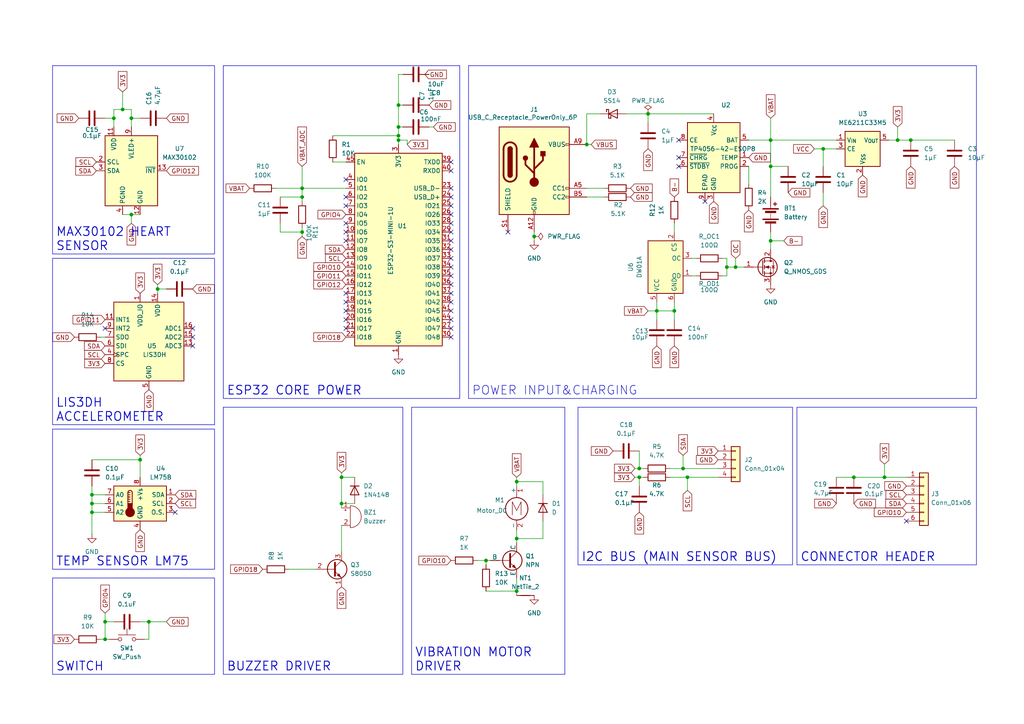
<source format=kicad_sch>
(kicad_sch (version 20250114) (generator "eeschema") (generator_version "9.0")
  (paper "A4")
  (lib_symbols
    (symbol "Battery_Management:DW01A"
      (property "Reference" "U" (at -6.604 6.35 0))
      (property "Value" "DW01A" (at 4.318 6.604 0))
      (symbol "DW01A_0_1"
        (pin power_in line (at -10.16 2.54 0) (length 2.54) (name "VCC") (number "5"))
        (pin power_in line (at -10.16 -2.54 0) (length 2.54) (name "GND") (number "6"))
        (pin output line (at -2.54 -7.62 90) (length 2.54) (name "OD") (number "1"))
        (pin output line (at 2.54 -7.62 90) (length 2.54) (name "OC") (number "3"))
        (pin input line (at 10.16 -2.54 180) (length 2.54) (name "CS") (number "2"))
      )
      (symbol "DW01A_1_1"
        (pin no_connect line (at 10.16 2.54 180) (length 2.54) (hide yes) (name "TD") (number "4"))
      )
    )
    (symbol "Battery_Management:TP4056-42-ESOP8"
      (property "Reference" "U" (at -6.604 11.684 0))
      (property "Value" "TP4056-42-ESOP8" (at 10.16 11.684 0))
      (symbol "TP4056-42-ESOP8_1_0"
        (pin input line (at -10.16 5.08 0) (length 2.54) (name "CE") (number "8"))
        (pin open_collector line (at -10.16 0 0) (length 2.54) (name "~{CHRG}") (number "7"))
        (pin open_collector line (at -10.16 -2.54 0) (length 2.54) (name "~{STDBY}") (number "6"))
        (pin passive line (at -2.54 -12.7 90) (length 2.54) (name "EPAD") (number "9"))
        (pin power_in line (at 0 12.7 270) (length 2.54) (name "V_{CC}") (number "4"))
        (pin power_in line (at 0 -12.7 90) (length 2.54) (name "GND") (number "3"))
        (pin power_out line (at 10.16 5.08 180) (length 2.54) (name "BAT") (number "5"))
        (pin input line (at 10.16 0 180) (length 2.54) (name "TEMP") (number "1"))
        (pin passive line (at 10.16 -2.54 180) (length 2.54) (name "PROG") (number "2"))
      )
    )
    (symbol "Connector:USB_C_Receptacle_PowerOnly_6P" (pin_names (offset 1.016))
      (property "Reference" "J" (at 0 16.51 0))
      (property "Value" "USB_C_Receptacle_PowerOnly_6P" (at 0 13.97 0))
      (symbol "USB_C_Receptacle_PowerOnly_6P_1_1"
        (pin passive line (at -7.62 -17.78 90) (length 5.08) (name "SHIELD") (number "S1"))
        (pin passive line (at 0 -17.78 90) (length 5.08) (name "GND") (number "A12"))
        (pin passive line (at 0 -17.78 90) (length 5.08) (hide yes) (name "GND") (number "B12"))
        (pin passive line (at 15.24 7.62 180) (length 5.08) (name "VBUS") (number "A9"))
        (pin passive line (at 15.24 7.62 180) (length 5.08) (hide yes) (name "VBUS") (number "B9"))
        (pin bidirectional line (at 15.24 -5.08 180) (length 5.08) (name "CC1") (number "A5"))
        (pin bidirectional line (at 15.24 -7.62 180) (length 5.08) (name "CC2") (number "B5"))
      )
    )
    (symbol "Connector_Generic:Conn_01x04" (pin_names (offset 1.016) (hide yes))
      (property "Reference" "J" (at 0 5.08 0))
      (property "Value" "Conn_01x04" (at 0 -7.62 0))
      (symbol "Conn_01x04_1_1"
        (pin passive line (at -5.08 2.54 0) (length 3.81) (name "Pin_1") (number "1"))
        (pin passive line (at -5.08 0 0) (length 3.81) (name "Pin_2") (number "2"))
        (pin passive line (at -5.08 -2.54 0) (length 3.81) (name "Pin_3") (number "3"))
        (pin passive line (at -5.08 -5.08 0) (length 3.81) (name "Pin_4") (number "4"))
      )
    )
    (symbol "Connector_Generic:Conn_01x06" (pin_names (offset 1.016) (hide yes))
      (property "Reference" "J" (at 0 7.62 0))
      (property "Value" "Conn_01x06" (at 0 -10.16 0))
      (symbol "Conn_01x06_1_1"
        (pin passive line (at -5.08 5.08 0) (length 3.81) (name "Pin_1") (number "1"))
        (pin passive line (at -5.08 2.54 0) (length 3.81) (name "Pin_2") (number "2"))
        (pin passive line (at -5.08 0 0) (length 3.81) (name "Pin_3") (number "3"))
        (pin passive line (at -5.08 -2.54 0) (length 3.81) (name "Pin_4") (number "4"))
        (pin passive line (at -5.08 -5.08 0) (length 3.81) (name "Pin_5") (number "5"))
        (pin passive line (at -5.08 -7.62 0) (length 3.81) (name "Pin_6") (number "6"))
      )
    )
    (symbol "Device:Battery" (pin_numbers (hide yes)) (pin_names (offset 0) (hide yes))
      (property "Reference" "BT" (at 2.54 2.54 0))
      (property "Value" "Battery" (at 2.54 0 0))
      (symbol "Battery_1_1"
        (pin passive line (at 0 5.08 270) (length 2.54) (name "+") (number "1"))
        (pin passive line (at 0 -5.08 90) (length 2.54) (name "-") (number "2"))
      )
    )
    (symbol "Device:Buzzer" (pin_names (offset 0.0254) (hide yes))
      (property "Reference" "BZ" (at 3.81 1.27 0))
      (property "Value" "Buzzer" (at 3.81 -1.27 0))
      (symbol "Buzzer_1_1"
        (pin passive line (at -2.54 2.54 0) (length 2.54) (name "+") (number "1"))
        (pin passive line (at -2.54 -2.54 0) (length 2.54) (name "-") (number "2"))
      )
    )
    (symbol "Device:C" (pin_numbers (hide yes)) (pin_names (offset 0.254))
      (property "Reference" "C" (at 0.635 2.54 0))
      (property "Value" "C" (at 0.635 -2.54 0))
      (symbol "C_1_1"
        (pin passive line (at 0 3.81 270) (length 2.794) (name "~") (number "1"))
        (pin passive line (at 0 -3.81 90) (length 2.794) (name "~") (number "2"))
      )
    )
    (symbol "Device:D" (pin_numbers (hide yes)) (pin_names (offset 1.016) (hide yes))
      (property "Reference" "D" (at 0 2.54 0))
      (property "Value" "D" (at 0 -2.54 0))
      (symbol "D_1_1"
        (pin passive line (at -3.81 0 0) (length 2.54) (name "K") (number "1"))
        (pin passive line (at 3.81 0 180) (length 2.54) (name "A") (number "2"))
      )
    )
    (symbol "Device:NetTie_2" (pin_numbers (hide yes)) (pin_names (offset 0) (hide yes)) (in_bom no)
      (property "Reference" "NT" (at 0 1.27 0))
      (property "Value" "NetTie_2" (at 0 -1.27 0))
      (symbol "NetTie_2_1_1"
        (pin passive line (at -2.54 0 0) (length 2.54) (name "1") (number "1"))
        (pin passive line (at 2.54 0 180) (length 2.54) (name "2") (number "2"))
      )
    )
    (symbol "Device:R" (pin_numbers (hide yes)) (pin_names (offset 0))
      (property "Reference" "R" (at 2.032 0 90))
      (property "Value" "R" (at 0 0 90))
      (symbol "R_1_1"
        (pin passive line (at 0 3.81 270) (length 1.27) (name "~") (number "1"))
        (pin passive line (at 0 -3.81 90) (length 1.27) (name "~") (number "2"))
      )
    )
    (symbol "Diode:1N4148" (pin_numbers (hide yes)) (pin_names (hide yes))
      (property "Reference" "D" (at 0 2.54 0))
      (property "Value" "1N4148" (at 0 -2.54 0))
      (symbol "1N4148_1_1"
        (pin passive line (at -3.81 0 0) (length 2.54) (name "K") (number "1"))
        (pin passive line (at 3.81 0 180) (length 2.54) (name "A") (number "2"))
      )
    )
    (symbol "Diode:SS14" (pin_numbers (hide yes)) (pin_names (offset 1.016) (hide yes))
      (property "Reference" "D" (at 0 2.54 0))
      (property "Value" "SS14" (at 0 -2.54 0))
      (symbol "SS14_1_1"
        (pin passive line (at -3.81 0 0) (length 2.54) (name "K") (number "1"))
        (pin passive line (at 3.81 0 180) (length 2.54) (name "A") (number "2"))
      )
    )
    (symbol "Motor:Motor_DC" (pin_names (offset 0))
      (property "Reference" "M" (at 2.54 2.54 0))
      (property "Value" "Motor_DC" (at 2.54 -5.08 0))
      (symbol "Motor_DC_1_1"
        (pin passive line (at 0 5.08 270) (length 2.54) (name "+") (number "1"))
        (pin passive line (at 0 -7.62 90) (length 2.54) (name "-") (number "2"))
      )
    )
    (symbol "RF_Module:ESP32-S3-MINI-1U"
      (property "Reference" "U" (at -11.43 29.21 0))
      (property "Value" "ESP32-S3-MINI-1U" (at 12.7 29.21 0))
      (symbol "ESP32-S3-MINI-1U_1_1"
        (pin input line (at -15.24 25.4 0) (length 2.54) (name "EN") (number "45"))
        (pin bidirectional line (at -15.24 20.32 0) (length 2.54) (name "IO0") (number "4"))
        (pin bidirectional line (at -15.24 17.78 0) (length 2.54) (name "IO1") (number "5"))
        (pin bidirectional line (at -15.24 15.24 0) (length 2.54) (name "IO2") (number "6"))
        (pin bidirectional line (at -15.24 12.7 0) (length 2.54) (name "IO3") (number "7"))
        (pin bidirectional line (at -15.24 10.16 0) (length 2.54) (name "IO4") (number "8"))
        (pin bidirectional line (at -15.24 7.62 0) (length 2.54) (name "IO5") (number "9"))
        (pin bidirectional line (at -15.24 5.08 0) (length 2.54) (name "IO6") (number "10"))
        (pin bidirectional line (at -15.24 2.54 0) (length 2.54) (name "IO7") (number "11"))
        (pin bidirectional line (at -15.24 0 0) (length 2.54) (name "IO8") (number "12"))
        (pin bidirectional line (at -15.24 -2.54 0) (length 2.54) (name "IO9") (number "13"))
        (pin bidirectional line (at -15.24 -5.08 0) (length 2.54) (name "IO10") (number "14"))
        (pin bidirectional line (at -15.24 -7.62 0) (length 2.54) (name "IO11") (number "15"))
        (pin bidirectional line (at -15.24 -10.16 0) (length 2.54) (name "IO12") (number "16"))
        (pin bidirectional line (at -15.24 -12.7 0) (length 2.54) (name "IO13") (number "17"))
        (pin bidirectional line (at -15.24 -15.24 0) (length 2.54) (name "IO14") (number "18"))
        (pin bidirectional line (at -15.24 -17.78 0) (length 2.54) (name "IO15") (number "19"))
        (pin bidirectional line (at -15.24 -20.32 0) (length 2.54) (name "IO16") (number "20"))
        (pin bidirectional line (at -15.24 -22.86 0) (length 2.54) (name "IO17") (number "21"))
        (pin bidirectional line (at -15.24 -25.4 0) (length 2.54) (name "IO18") (number "22"))
        (pin power_in line (at 0 30.48 270) (length 2.54) (name "3V3") (number "3"))
        (pin power_in line (at 0 -30.48 90) (length 2.54) (name "GND") (number "1"))
        (pin passive line (at 0 -30.48 90) (length 2.54) (hide yes) (name "GND") (number "2"))
        (pin passive line (at 0 -30.48 90) (length 2.54) (hide yes) (name "GND") (number "42"))
        (pin passive line (at 0 -30.48 90) (length 2.54) (hide yes) (name "GND") (number "43"))
        (pin passive line (at 0 -30.48 90) (length 2.54) (hide yes) (name "GND") (number "46"))
        (pin passive line (at 0 -30.48 90) (length 2.54) (hide yes) (name "GND") (number "47"))
        (pin passive line (at 0 -30.48 90) (length 2.54) (hide yes) (name "GND") (number "48"))
        (pin passive line (at 0 -30.48 90) (length 2.54) (hide yes) (name "GND") (number "49"))
        (pin passive line (at 0 -30.48 90) (length 2.54) (hide yes) (name "GND") (number "50"))
        (pin passive line (at 0 -30.48 90) (length 2.54) (hide yes) (name "GND") (number "51"))
        (pin passive line (at 0 -30.48 90) (length 2.54) (hide yes) (name "GND") (number "52"))
        (pin passive line (at 0 -30.48 90) (length 2.54) (hide yes) (name "GND") (number "53"))
        (pin passive line (at 0 -30.48 90) (length 2.54) (hide yes) (name "GND") (number "54"))
        (pin passive line (at 0 -30.48 90) (length 2.54) (hide yes) (name "GND") (number "55"))
        (pin passive line (at 0 -30.48 90) (length 2.54) (hide yes) (name "GND") (number "56"))
        (pin passive line (at 0 -30.48 90) (length 2.54) (hide yes) (name "GND") (number "57"))
        (pin passive line (at 0 -30.48 90) (length 2.54) (hide yes) (name "GND") (number "58"))
        (pin passive line (at 0 -30.48 90) (length 2.54) (hide yes) (name "GND") (number "59"))
        (pin passive line (at 0 -30.48 90) (length 2.54) (hide yes) (name "GND") (number "60"))
        (pin passive line (at 0 -30.48 90) (length 2.54) (hide yes) (name "GND") (number "61"))
        (pin passive line (at 0 -30.48 90) (length 2.54) (hide yes) (name "GND") (number "62"))
        (pin passive line (at 0 -30.48 90) (length 2.54) (hide yes) (name "GND") (number "63"))
        (pin passive line (at 0 -30.48 90) (length 2.54) (hide yes) (name "GND") (number "64"))
        (pin passive line (at 0 -30.48 90) (length 2.54) (hide yes) (name "GND") (number "65"))
        (pin bidirectional line (at 15.24 25.4 180) (length 2.54) (name "TXD0") (number "39"))
        (pin bidirectional line (at 15.24 22.86 180) (length 2.54) (name "RXD0") (number "40"))
        (pin bidirectional line (at 15.24 17.78 180) (length 2.54) (name "USB_D-") (number "23"))
        (pin bidirectional line (at 15.24 15.24 180) (length 2.54) (name "USB_D+") (number "24"))
        (pin bidirectional line (at 15.24 12.7 180) (length 2.54) (name "IO21") (number "25"))
        (pin bidirectional line (at 15.24 10.16 180) (length 2.54) (name "IO26") (number "26"))
        (pin bidirectional line (at 15.24 7.62 180) (length 2.54) (name "IO33") (number "28"))
        (pin bidirectional line (at 15.24 5.08 180) (length 2.54) (name "IO34") (number "29"))
        (pin bidirectional line (at 15.24 2.54 180) (length 2.54) (name "IO35") (number "31"))
        (pin bidirectional line (at 15.24 0 180) (length 2.54) (name "IO36") (number "32"))
        (pin bidirectional line (at 15.24 -2.54 180) (length 2.54) (name "IO37") (number "33"))
        (pin bidirectional line (at 15.24 -5.08 180) (length 2.54) (name "IO38") (number "34"))
        (pin bidirectional line (at 15.24 -7.62 180) (length 2.54) (name "IO39") (number "35"))
        (pin bidirectional line (at 15.24 -10.16 180) (length 2.54) (name "IO40") (number "36"))
        (pin bidirectional line (at 15.24 -12.7 180) (length 2.54) (name "IO41") (number "37"))
        (pin bidirectional line (at 15.24 -15.24 180) (length 2.54) (name "IO42") (number "38"))
        (pin bidirectional line (at 15.24 -17.78 180) (length 2.54) (name "IO45") (number "41"))
        (pin bidirectional line (at 15.24 -20.32 180) (length 2.54) (name "IO46") (number "44"))
        (pin bidirectional line (at 15.24 -22.86 180) (length 2.54) (name "IO47") (number "27"))
        (pin bidirectional line (at 15.24 -25.4 180) (length 2.54) (name "IO48") (number "30"))
      )
    )
    (symbol "Regulator_Linear:ME6211C33M5"
      (property "Reference" "U" (at -4.572 6.35 0))
      (property "Value" "ME6211C33M5" (at 10.16 8.636 0))
      (symbol "ME6211C33M5_1_1"
        (pin power_in line (at -7.62 2.54 0) (length 2.54) (name "V_{IN}") (number "1"))
        (pin input line (at -7.62 0 0) (length 2.54) (name "CE") (number "3"))
        (pin power_in line (at 0 -7.62 90) (length 2.54) (name "V_{SS}") (number "2"))
        (pin no_connect line (at 5.08 0 180) (length 2.54) (hide yes) (name "NC") (number "4"))
        (pin power_out line (at 7.62 2.54 180) (length 2.54) (name "V_{OUT}") (number "5"))
      )
    )
    (symbol "Sensor:MAX30102"
      (property "Reference" "U" (at 7.62 15.24 0))
      (property "Value" "MAX30102" (at 7.62 12.7 0))
      (symbol "MAX30102_1_1"
        (pin input line (at -10.16 2.54 0) (length 2.54) (name "SCL") (number "2"))
        (pin bidirectional line (at -10.16 0 0) (length 2.54) (name "SDA") (number "3"))
        (pin no_connect line (at -7.62 5.08 0) (length 2.54) (hide yes) (name "NC") (number "1"))
        (pin no_connect line (at -7.62 -2.54 0) (length 2.54) (hide yes) (name "NC") (number "7"))
        (pin power_in line (at -5.08 12.7 270) (length 2.54) (name "VDD") (number "11"))
        (pin power_in line (at -2.54 -12.7 90) (length 2.54) (name "PGND") (number "4"))
        (pin passive line (at 0 12.7 270) (length 2.54) (hide yes) (name "VLED+") (number "10"))
        (pin power_in line (at 0 12.7 270) (length 2.54) (name "VLED+") (number "9"))
        (pin power_in line (at 2.54 -12.7 90) (length 2.54) (name "GND") (number "12"))
        (pin no_connect line (at 7.62 5.08 180) (length 2.54) (hide yes) (name "NC") (number "8"))
        (pin no_connect line (at 7.62 2.54 180) (length 2.54) (hide yes) (name "NC") (number "14"))
        (pin no_connect line (at 7.62 -5.08 180) (length 2.54) (hide yes) (name "NC") (number "6"))
        (pin no_connect line (at 7.62 -7.62 180) (length 2.54) (hide yes) (name "NC") (number "5"))
        (pin output line (at 10.16 0 180) (length 2.54) (name "~{INT}") (number "13"))
      )
    )
    (symbol "Sensor_Motion:LIS3DH"
      (property "Reference" "U" (at -7.62 11.43 0))
      (property "Value" "LIS3DH" (at 6.35 11.43 0))
      (symbol "LIS3DH_1_1"
        (pin output line (at -12.7 5.08 0) (length 2.54) (name "INT1") (number "11"))
        (pin output line (at -12.7 2.54 0) (length 2.54) (name "INT2") (number "9"))
        (pin output line (at -12.7 0 0) (length 2.54) (name "SDO") (number "7"))
        (pin input line (at -12.7 -2.54 0) (length 2.54) (name "SDI") (number "6"))
        (pin input clock (at -12.7 -5.08 0) (length 2.54) (name "SPC") (number "4"))
        (pin input line (at -12.7 -7.62 0) (length 2.54) (name "CS") (number "8"))
        (pin power_in line (at -2.54 12.7 270) (length 2.54) (name "VDD_IO") (number "1"))
        (pin passive line (at 0 -15.24 90) (length 2.54) (hide yes) (name "GND") (number "10"))
        (pin passive line (at 0 -15.24 90) (length 2.54) (hide yes) (name "GND") (number "12"))
        (pin power_in line (at 0 -15.24 90) (length 2.54) (name "GND") (number "5"))
        (pin power_in line (at 2.54 12.7 270) (length 2.54) (name "VDD") (number "14"))
        (pin no_connect line (at 10.16 7.62 180) (length 2.54) (hide yes) (name "NC") (number "3"))
        (pin no_connect line (at 10.16 5.08 180) (length 2.54) (hide yes) (name "NC") (number "2"))
        (pin input line (at 12.7 2.54 180) (length 2.54) (name "ADC1") (number "16"))
        (pin input line (at 12.7 0 180) (length 2.54) (name "ADC2") (number "15"))
        (pin input line (at 12.7 -2.54 180) (length 2.54) (name "ADC3") (number "13"))
      )
    )
    (symbol "Sensor_Temperature:LM75B"
      (property "Reference" "U" (at -6.35 11.43 0))
      (property "Value" "LM75B" (at 0 11.43 0))
      (symbol "LM75B_1_1"
        (pin input line (at -10.16 2.54 0) (length 2.54) (name "A0") (number "7"))
        (pin input line (at -10.16 0 0) (length 2.54) (name "A1") (number "6"))
        (pin input line (at -10.16 -2.54 0) (length 2.54) (name "A2") (number "5"))
        (pin power_in line (at 0 7.62 270) (length 2.54) (name "+Vs") (number "8"))
        (pin power_in line (at 0 -7.62 90) (length 2.54) (name "GND") (number "4"))
        (pin bidirectional line (at 10.16 2.54 180) (length 2.54) (name "SDA") (number "1"))
        (pin input line (at 10.16 0 180) (length 2.54) (name "SCL") (number "2"))
        (pin open_collector line (at 10.16 -2.54 180) (length 2.54) (name "O.S.") (number "3"))
      )
    )
    (symbol "Simulation_SPICE:NPN" (pin_numbers (hide yes)) (pin_names (offset 0))
      (property "Reference" "Q" (at -2.54 7.62 0))
      (property "Value" "NPN" (at -2.54 5.08 0))
      (symbol "NPN_1_1"
        (pin input line (at -5.08 0 0) (length 2.54) (name "B") (number "2"))
        (pin open_collector line (at 2.54 5.08 270) (length 2.54) (name "C") (number "1"))
        (pin open_emitter line (at 2.54 -5.08 90) (length 2.54) (name "E") (number "3"))
      )
    )
    (symbol "Switch:SW_Push" (pin_numbers (hide yes)) (pin_names (offset 1.016) (hide yes))
      (property "Reference" "SW" (at 1.27 2.54 0))
      (property "Value" "SW_Push" (at 0 -1.524 0))
      (symbol "SW_Push_0_1"
        (pin passive line (at -5.08 0 0) (length 2.54) (name "1") (number "1"))
        (pin passive line (at 5.08 0 180) (length 2.54) (name "2") (number "2"))
      )
    )
    (symbol "Transistor_BJT:S8050" (pin_names (offset 0) (hide yes))
      (property "Reference" "Q" (at 5.08 1.905 0))
      (property "Value" "S8050" (at 5.08 0 0))
      (symbol "S8050_1_1"
        (pin input line (at -5.08 0 0) (length 2.54) (name "B") (number "2"))
        (pin passive line (at 2.54 5.08 270) (length 2.54) (name "C") (number "3"))
        (pin passive line (at 2.54 -5.08 90) (length 2.54) (name "E") (number "1"))
      )
    )
    (symbol "Transistor_FET:Q_NMOS_GDS" (pin_names (offset 0) (hide yes))
      (property "Reference" "Q" (at 5.08 1.905 0))
      (property "Value" "Q_NMOS_GDS" (at 5.08 0 0))
      (symbol "Q_NMOS_GDS_1_1"
        (pin input line (at -5.08 0 0) (length 2.54) (name "G") (number "1"))
        (pin passive line (at 2.54 5.08 270) (length 2.54) (name "D") (number "2"))
        (pin passive line (at 2.54 -5.08 90) (length 2.54) (name "S") (number "3"))
      )
    )
    (symbol "power:GND" (power) (pin_numbers (hide yes)) (pin_names (offset 0) (hide yes))
      (property "Value" "GND" (at 0 -3.81 0))
      (symbol "GND_1_1"
        (pin power_in line (at 0 0 270) (length 0) (name "~") (number "1"))
      )
    )
    (symbol "power:PWR_FLAG" (power) (pin_numbers (hide yes)) (pin_names (offset 0) (hide yes))
      (property "Value" "PWR_FLAG" (at 0 3.81 0))
      (symbol "PWR_FLAG_0_0"
        (pin power_out line (at 0 0 90) (length 0) (name "~") (number "1"))
      )
    )
  )
  (text_box "POWER INPUT&CHARGING" (at 135.89 19.05 0) (size 147.32 96.52) (margins 0.9525 0.9525 0.9525 0.9525) (effects (font (size 2.54 2.54)) (justify left bottom)))
  (text_box "MAX30102 HEART SENSOR" (at 15.24 19.05 0) (size 46.99 54.61) (margins 0.9525 0.9525 0.9525 0.9525) (effects (font (size 2.54 2.54) (thickness 0.254) (bold yes)) (justify left bottom)))
  (text_box "BUZZER DRIVER" (at 64.77 118.11 0) (size 52.07 77.47) (margins 0.9525 0.9525 0.9525 0.9525) (effects (font (size 2.54 2.54) (thickness 0.254) (bold yes)) (justify left bottom)))
  (text_box "SWITCH" (at 15.24 167.64 0) (size 46.99 27.94) (margins 0.9525 0.9525 0.9525 0.9525) (effects (font (size 2.54 2.54) (thickness 0.254) (bold yes)) (justify left bottom)))
  (text_box "I2C BUS (MAIN SENSOR BUS)" (at 167.64 118.11 0) (size 62.23 45.72) (margins 0.9525 0.9525 0.9525 0.9525) (effects (font (size 2.54 2.54) (thickness 0.254) (bold yes)) (justify left bottom)))
  (text_box "TEMP SENSOR LM75" (at 15.24 124.46 0) (size 46.99 40.64) (margins 0.9525 0.9525 0.9525 0.9525) (effects (font (size 2.54 2.54) (thickness 0.254) (bold yes)) (justify left bottom)))
  (text_box "LIS3DH ACCELEROMETER" (at 15.24 74.93 0) (size 46.99 48.26) (margins 0.9525 0.9525 0.9525 0.9525) (effects (font (size 2.54 2.54) (thickness 0.254) (bold yes)) (justify left bottom)))
  (text_box "CONNECTOR HEADER" (at 231.14 118.11 0) (size 52.07 45.72) (margins 0.9525 0.9525 0.9525 0.9525) (effects (font (size 2.54 2.54) (thickness 0.254) (bold yes)) (justify left bottom)))
  (text_box "VIBRATION MOTOR DRIVER" (at 119.38 118.11 0) (size 44.45 77.47) (margins 0.9525 0.9525 0.9525 0.9525) (effects (font (size 2.54 2.54) (thickness 0.254) (bold yes)) (justify left bottom)))
  (text_box "ESP32 CORE POWER" (at 64.77 19.05 0) (size 68.58 96.52) (margins 0.9525 0.9525 0.9525 0.9525) (effects (font (size 2.54 2.54) (thickness 0.254) (bold yes)) (justify left bottom)))
  (junction (at 149.86 139.7))
  (junction (at 38.1 62.23))
  (junction (at 33.02 34.29))
  (junction (at 210.82 77.47))
  (junction (at 87.63 54.61))
  (junction (at 40.64 133.35))
  (junction (at 26.67 148.59))
  (junction (at 26.67 146.05))
  (junction (at 190.5 90.17))
  (junction (at 38.1 34.29))
  (junction (at 87.63 67.31))
  (junction (at 185.42 135.89))
  (junction (at 195.58 90.17))
  (junction (at 223.52 48.26))
  (junction (at 264.16 40.64))
  (junction (at 26.67 143.51))
  (junction (at 43.18 180.34))
  (junction (at 99.06 146.05))
  (junction (at 35.56 31.75))
  (junction (at 185.42 138.43))
  (junction (at 140.97 162.56))
  (junction (at 170.18 41.91))
  (junction (at 154.94 68.58))
  (junction (at 115.57 40.64))
  (junction (at 45.72 83.82))
  (junction (at 223.52 69.85))
  (junction (at 198.12 135.89))
  (junction (at 213.36 77.47))
  (junction (at 238.76 43.18))
  (junction (at 199.39 138.43))
  (junction (at 30.48 185.42))
  (junction (at 30.48 180.34))
  (junction (at 149.86 156.21))
  (junction (at 149.86 171.45))
  (junction (at 247.65 138.43))
  (junction (at 115.57 36.83))
  (junction (at 223.52 40.64))
  (junction (at 115.57 39.37))
  (junction (at 187.96 33.02))
  (junction (at 260.35 40.64))
  (junction (at 87.63 57.15))
  (junction (at 115.57 30.48))
  (junction (at 99.06 138.43))
  (junction (at 256.54 138.43))
  (no_connect (at 130.81 57.15))
  (no_connect (at 130.81 80.01))
  (no_connect (at 130.81 49.53))
  (no_connect (at 130.81 72.39))
  (no_connect (at 196.85 45.72))
  (no_connect (at 196.85 40.64))
  (no_connect (at 130.81 69.85))
  (no_connect (at 100.33 92.71))
  (no_connect (at 55.88 97.79))
  (no_connect (at 100.33 64.77))
  (no_connect (at 130.81 92.71))
  (no_connect (at 130.81 90.17))
  (no_connect (at 100.33 57.15))
  (no_connect (at 196.85 48.26))
  (no_connect (at 100.33 52.07))
  (no_connect (at 50.8 148.59))
  (no_connect (at 147.32 67.31))
  (no_connect (at 204.47 58.42))
  (no_connect (at 55.88 95.25))
  (no_connect (at 100.33 59.69))
  (no_connect (at 100.33 67.31))
  (no_connect (at 262.89 151.13))
  (no_connect (at 100.33 87.63))
  (no_connect (at 100.33 95.25))
  (no_connect (at 130.81 54.61))
  (no_connect (at 100.33 85.09))
  (no_connect (at 130.81 59.69))
  (no_connect (at 55.88 100.33))
  (no_connect (at 130.81 62.23))
  (no_connect (at 130.81 46.99))
  (no_connect (at 130.81 87.63))
  (no_connect (at 130.81 97.79))
  (no_connect (at 130.81 77.47))
  (no_connect (at 100.33 69.85))
  (no_connect (at 130.81 64.77))
  (no_connect (at 130.81 74.93))
  (no_connect (at 130.81 85.09))
  (no_connect (at 100.33 90.17))
  (no_connect (at 130.81 95.25))
  (no_connect (at 30.48 95.25))
  (no_connect (at 130.81 67.31))
  (no_connect (at 130.81 82.55))
  (wire (pts (xy 223.52 48.26) (xy 228.6 48.26)))
  (wire (pts (xy 194.31 135.89) (xy 198.12 135.89)))
  (wire (pts (xy 30.48 177.8) (xy 30.48 180.34)))
  (wire (pts (xy 256.54 138.43) (xy 262.89 138.43)))
  (wire (pts (xy 149.86 138.43) (xy 149.86 139.7)))
  (wire (pts (xy 200.66 74.93) (xy 201.93 74.93)))
  (wire (pts (xy 99.06 152.4) (xy 99.06 160.02)))
  (wire (pts (xy 30.48 143.51) (xy 26.67 143.51)))
  (wire (pts (xy 170.18 33.02) (xy 173.99 33.02)))
  (wire (pts (xy 87.63 48.26) (xy 87.63 54.61)))
  (wire (pts (xy 154.94 67.31) (xy 154.94 68.58)))
  (wire (pts (xy 210.82 74.93) (xy 210.82 77.47)))
  (wire (pts (xy 187.96 33.02) (xy 187.96 35.56)))
  (wire (pts (xy 187.96 33.02) (xy 207.01 33.02)))
  (wire (pts (xy 26.67 148.59) (xy 30.48 148.59)))
  (wire (pts (xy 30.48 34.29) (xy 33.02 34.29)))
  (wire (pts (xy 40.64 180.34) (xy 43.18 180.34)))
  (wire (pts (xy 236.22 43.18) (xy 238.76 43.18)))
  (wire (pts (xy 30.48 185.42) (xy 31.75 185.42)))
  (wire (pts (xy 96.52 46.99) (xy 100.33 46.99)))
  (wire (pts (xy 210.82 80.01) (xy 209.55 80.01)))
  (wire (pts (xy 149.86 156.21) (xy 149.86 157.48)))
  (wire (pts (xy 26.67 140.97) (xy 26.67 143.51)))
  (wire (pts (xy 157.48 139.7) (xy 149.86 139.7)))
  (wire (pts (xy 170.18 54.61) (xy 175.26 54.61)))
  (wire (pts (xy 157.48 143.51) (xy 157.48 139.7)))
  (wire (pts (xy 260.35 40.64) (xy 264.16 40.64)))
  (wire (pts (xy 210.82 77.47) (xy 213.36 77.47)))
  (wire (pts (xy 223.52 48.26) (xy 223.52 57.15)))
  (wire (pts (xy 43.18 185.42) (xy 41.91 185.42)))
  (wire (pts (xy 81.28 64.77) (xy 81.28 67.31)))
  (wire (pts (xy 26.67 148.59) (xy 26.67 154.94)))
  (wire (pts (xy 170.18 41.91) (xy 171.45 41.91)))
  (wire (pts (xy 140.97 162.56) (xy 140.97 163.83)))
  (wire (pts (xy 81.28 57.15) (xy 87.63 57.15)))
  (wire (pts (xy 115.57 39.37) (xy 115.57 40.64)))
  (wire (pts (xy 149.86 153.67) (xy 149.86 156.21)))
  (wire (pts (xy 149.86 139.7) (xy 149.86 140.97)))
  (wire (pts (xy 40.64 132.08) (xy 40.64 133.35)))
  (wire (pts (xy 181.61 33.02) (xy 187.96 33.02)))
  (wire (pts (xy 118.11 41.91) (xy 118.11 40.64)))
  (wire (pts (xy 247.65 138.43) (xy 256.54 138.43)))
  (wire (pts (xy 33.02 31.75) (xy 35.56 31.75)))
  (wire (pts (xy 87.63 67.31) (xy 87.63 68.58)))
  (wire (pts (xy 115.57 30.48) (xy 115.57 36.83)))
  (wire (pts (xy 223.52 67.31) (xy 223.52 69.85)))
  (wire (pts (xy 213.36 74.93) (xy 213.36 77.47)))
  (wire (pts (xy 223.52 69.85) (xy 223.52 72.39)))
  (wire (pts (xy 256.54 134.62) (xy 256.54 138.43)))
  (wire (pts (xy 115.57 21.59) (xy 116.84 21.59)))
  (wire (pts (xy 140.97 171.45) (xy 149.86 171.45)))
  (wire (pts (xy 99.06 138.43) (xy 99.06 146.05)))
  (wire (pts (xy 29.21 97.79) (xy 30.48 97.79)))
  (wire (pts (xy 26.67 143.51) (xy 26.67 146.05)))
  (wire (pts (xy 87.63 54.61) (xy 87.63 57.15)))
  (wire (pts (xy 115.57 36.83) (xy 115.57 39.37)))
  (wire (pts (xy 223.52 34.29) (xy 223.52 40.64)))
  (wire (pts (xy 45.72 82.55) (xy 45.72 83.82)))
  (wire (pts (xy 264.16 40.64) (xy 276.86 40.64)))
  (wire (pts (xy 190.5 87.63) (xy 190.5 90.17)))
  (wire (pts (xy 33.02 36.83) (xy 33.02 34.29)))
  (wire (pts (xy 99.06 146.05) (xy 102.87 146.05)))
  (wire (pts (xy 198.12 135.89) (xy 208.28 135.89)))
  (wire (pts (xy 29.21 185.42) (xy 30.48 185.42)))
  (wire (pts (xy 200.66 80.01) (xy 201.93 80.01)))
  (wire (pts (xy 198.12 132.08) (xy 198.12 135.89)))
  (wire (pts (xy 83.82 165.1) (xy 91.44 165.1)))
  (wire (pts (xy 199.39 142.24) (xy 199.39 138.43)))
  (wire (pts (xy 157.48 156.21) (xy 149.86 156.21)))
  (wire (pts (xy 238.76 55.88) (xy 238.76 59.69)))
  (wire (pts (xy 40.64 133.35) (xy 40.64 138.43)))
  (wire (pts (xy 185.42 138.43) (xy 185.42 140.97)))
  (wire (pts (xy 238.76 43.18) (xy 238.76 48.26)))
  (wire (pts (xy 87.63 54.61) (xy 100.33 54.61)))
  (wire (pts (xy 223.52 40.64) (xy 242.57 40.64)))
  (wire (pts (xy 217.17 40.64) (xy 223.52 40.64)))
  (wire (pts (xy 116.84 30.48) (xy 115.57 30.48)))
  (wire (pts (xy 26.67 146.05) (xy 26.67 148.59)))
  (wire (pts (xy 199.39 138.43) (xy 208.28 138.43)))
  (wire (pts (xy 124.46 36.83) (xy 125.73 36.83)))
  (wire (pts (xy 170.18 33.02) (xy 170.18 41.91)))
  (wire (pts (xy 30.48 180.34) (xy 30.48 185.42)))
  (wire (pts (xy 138.43 162.56) (xy 140.97 162.56)))
  (wire (pts (xy 195.58 87.63) (xy 195.58 90.17)))
  (wire (pts (xy 260.35 36.83) (xy 260.35 40.64)))
  (wire (pts (xy 194.31 138.43) (xy 199.39 138.43)))
  (wire (pts (xy 185.42 135.89) (xy 186.69 135.89)))
  (wire (pts (xy 115.57 36.83) (xy 116.84 36.83)))
  (wire (pts (xy 187.96 90.17) (xy 190.5 90.17)))
  (wire (pts (xy 154.94 68.58) (xy 154.94 69.85)))
  (wire (pts (xy 185.42 130.81) (xy 185.42 135.89)))
  (wire (pts (xy 115.57 21.59) (xy 115.57 30.48)))
  (wire (pts (xy 35.56 26.67) (xy 35.56 31.75)))
  (wire (pts (xy 223.52 69.85) (xy 227.33 69.85)))
  (wire (pts (xy 38.1 62.23) (xy 40.64 62.23)))
  (wire (pts (xy 43.18 180.34) (xy 43.18 185.42)))
  (wire (pts (xy 35.56 31.75) (xy 38.1 31.75)))
  (wire (pts (xy 223.52 40.64) (xy 223.52 48.26)))
  (wire (pts (xy 184.15 135.89) (xy 185.42 135.89)))
  (wire (pts (xy 213.36 77.47) (xy 215.9 77.47)))
  (wire (pts (xy 140.97 162.56) (xy 142.24 162.56)))
  (wire (pts (xy 45.72 83.82) (xy 48.26 83.82)))
  (wire (pts (xy 195.58 67.31) (xy 195.58 64.77)))
  (wire (pts (xy 184.15 138.43) (xy 185.42 138.43)))
  (wire (pts (xy 87.63 66.04) (xy 87.63 67.31)))
  (wire (pts (xy 96.52 39.37) (xy 115.57 39.37)))
  (wire (pts (xy 242.57 43.18) (xy 238.76 43.18)))
  (wire (pts (xy 242.57 138.43) (xy 247.65 138.43)))
  (wire (pts (xy 170.18 57.15) (xy 175.26 57.15)))
  (wire (pts (xy 210.82 77.47) (xy 210.82 80.01)))
  (wire (pts (xy 99.06 138.43) (xy 102.87 138.43)))
  (wire (pts (xy 195.58 90.17) (xy 195.58 92.71)))
  (wire (pts (xy 48.26 180.34) (xy 43.18 180.34)))
  (wire (pts (xy 33.02 34.29) (xy 33.02 31.75)))
  (wire (pts (xy 190.5 90.17) (xy 195.58 90.17)))
  (wire (pts (xy 87.63 57.15) (xy 87.63 58.42)))
  (wire (pts (xy 149.86 167.64) (xy 149.86 171.45)))
  (wire (pts (xy 257.81 40.64) (xy 260.35 40.64)))
  (wire (pts (xy 185.42 138.43) (xy 186.69 138.43)))
  (wire (pts (xy 81.28 67.31) (xy 87.63 67.31)))
  (wire (pts (xy 38.1 34.29) (xy 38.1 36.83)))
  (wire (pts (xy 38.1 34.29) (xy 40.64 34.29)))
  (wire (pts (xy 149.86 171.45) (xy 149.86 172.72)))
  (wire (pts (xy 115.57 40.64) (xy 115.57 41.91)))
  (wire (pts (xy 157.48 151.13) (xy 157.48 156.21)))
  (wire (pts (xy 190.5 90.17) (xy 190.5 92.71)))
  (wire (pts (xy 209.55 74.93) (xy 210.82 74.93)))
  (wire (pts (xy 217.17 53.34) (xy 217.17 48.26)))
  (wire (pts (xy 45.72 83.82) (xy 45.72 85.09)))
  (wire (pts (xy 35.56 62.23) (xy 38.1 62.23)))
  (wire (pts (xy 123.19 21.59) (xy 124.46 21.59)))
  (wire (pts (xy 38.1 62.23) (xy 38.1 64.77)))
  (wire (pts (xy 99.06 146.05) (xy 99.06 147.32)))
  (wire (pts (xy 26.67 146.05) (xy 30.48 146.05)))
  (wire (pts (xy 80.01 54.61) (xy 87.63 54.61)))
  (wire (pts (xy 30.48 180.34) (xy 33.02 180.34)))
  (wire (pts (xy 118.11 40.64) (xy 115.57 40.64)))
  (wire (pts (xy 38.1 31.75) (xy 38.1 34.29)))
  (wire (pts (xy 26.67 133.35) (xy 40.64 133.35)))
  (wire (pts (xy 99.06 137.16) (xy 99.06 138.43)))
  (global_label "GND" (shape input) (at 276.86 48.26 270) (property "Intersheetrefs" "${INTERSHEET_REFS}" (effects (hide yes))))
  (global_label "SCL" (shape input) (at 27.94 46.99 180) (property "Intersheetrefs" "${INTERSHEET_REFS}" (effects (hide yes))))
  (global_label "SCL" (shape input) (at 262.89 143.51 180) (property "Intersheetrefs" "${INTERSHEET_REFS}" (effects (hide yes))))
  (global_label "3V3" (shape input) (at 30.48 105.41 180) (property "Intersheetrefs" "${INTERSHEET_REFS}" (effects (hide yes))))
  (global_label "3V3" (shape input) (at 21.59 185.42 180) (property "Intersheetrefs" "${INTERSHEET_REFS}" (effects (hide yes))))
  (global_label "GPIO4" (shape input) (at 30.48 177.8 90) (property "Intersheetrefs" "${INTERSHEET_REFS}" (effects (hide yes))))
  (global_label "GPIO12" (shape input) (at 48.26 49.53 0) (property "Intersheetrefs" "${INTERSHEET_REFS}" (effects (hide yes))))
  (global_label "GND" (shape input) (at 250.19 50.8 270) (property "Intersheetrefs" "${INTERSHEET_REFS}" (effects (hide yes))))
  (global_label "GPIO11" (shape input) (at 30.48 92.71 180) (property "Intersheetrefs" "${INTERSHEET_REFS}" (effects (hide yes))))
  (global_label "GND" (shape input) (at 43.18 113.03 270) (property "Intersheetrefs" "${INTERSHEET_REFS}" (effects (hide yes))))
  (global_label "GND" (shape input) (at 38.1 64.77 270) (property "Intersheetrefs" "${INTERSHEET_REFS}" (effects (hide yes))))
  (global_label "SCL" (shape input) (at 30.48 102.87 180) (property "Intersheetrefs" "${INTERSHEET_REFS}" (effects (hide yes))))
  (global_label "SDA" (shape input) (at 27.94 49.53 180) (property "Intersheetrefs" "${INTERSHEET_REFS}" (effects (hide yes))))
  (global_label "GND" (shape input) (at 217.17 45.72 0) (effects (font (thickness 0.1588))) (property "Intersheetrefs" "${INTERSHEET_REFS}" (effects (hide yes))))
  (global_label "GND" (shape input) (at 124.46 30.48 0) (property "Intersheetrefs" "${INTERSHEET_REFS}" (effects (hide yes))))
  (global_label "GND" (shape input) (at 55.88 83.82 0) (property "Intersheetrefs" "${INTERSHEET_REFS}" (effects (hide yes))))
  (global_label "GPIO18" (shape input) (at 100.33 97.79 180) (property "Intersheetrefs" "${INTERSHEET_REFS}" (effects (hide yes))))
  (global_label "SDA" (shape input) (at 50.8 143.51 0) (property "Intersheetrefs" "${INTERSHEET_REFS}" (effects (hide yes))))
  (global_label "3V3" (shape input) (at 184.15 138.43 180) (property "Intersheetrefs" "${INTERSHEET_REFS}" (effects (hide yes))))
  (global_label "GND" (shape input) (at 48.26 180.34 0) (property "Intersheetrefs" "${INTERSHEET_REFS}" (effects (hide yes))))
  (global_label "SCL" (shape input) (at 100.33 74.93 180) (property "Intersheetrefs" "${INTERSHEET_REFS}" (effects (hide yes))))
  (global_label "3V3" (shape input) (at 208.28 130.81 180) (property "Intersheetrefs" "${INTERSHEET_REFS}" (effects (hide yes))))
  (global_label "VBAT" (shape input) (at 72.39 54.61 180) (property "Intersheetrefs" "${INTERSHEET_REFS}" (effects (hide yes))))
  (global_label "GPIO10" (shape input) (at 262.89 148.59 180) (property "Intersheetrefs" "${INTERSHEET_REFS}" (effects (hide yes))))
  (global_label "GND" (shape input) (at 99.06 170.18 270) (property "Intersheetrefs" "${INTERSHEET_REFS}" (effects (hide yes))))
  (global_label "GND" (shape input) (at 182.88 57.15 0) (property "Intersheetrefs" "${INTERSHEET_REFS}" (effects (hide yes))))
  (global_label "GND" (shape input) (at 242.57 146.05 180) (property "Intersheetrefs" "${INTERSHEET_REFS}" (effects (hide yes))))
  (global_label "3V3" (shape input) (at 260.35 36.83 90) (property "Intersheetrefs" "${INTERSHEET_REFS}" (effects (hide yes))))
  (global_label "GND" (shape input) (at 247.65 146.05 0) (property "Intersheetrefs" "${INTERSHEET_REFS}" (effects (hide yes))))
  (global_label "GND" (shape input) (at 208.28 133.35 180) (property "Intersheetrefs" "${INTERSHEET_REFS}" (effects (hide yes))))
  (global_label "VBUS" (shape input) (at 171.45 41.91 0) (property "Intersheetrefs" "${INTERSHEET_REFS}" (effects (hide yes))))
  (global_label "3V3" (shape input) (at 35.56 26.67 90) (property "Intersheetrefs" "${INTERSHEET_REFS}" (effects (hide yes))))
  (global_label "OC" (shape input) (at 213.36 74.93 90) (property "Intersheetrefs" "${INTERSHEET_REFS}" (effects (hide yes))))
  (global_label "GND" (shape input) (at 123.19 21.59 0) (property "Intersheetrefs" "${INTERSHEET_REFS}" (effects (hide yes))))
  (global_label "GND" (shape input) (at 207.01 58.42 270) (property "Intersheetrefs" "${INTERSHEET_REFS}" (effects (hide yes))))
  (global_label "GND" (shape input) (at 264.16 48.26 270) (property "Intersheetrefs" "${INTERSHEET_REFS}" (effects (hide yes))))
  (global_label "3V3" (shape input) (at 256.54 134.62 90) (property "Intersheetrefs" "${INTERSHEET_REFS}" (effects (hide yes))))
  (global_label "GND" (shape input) (at 182.88 54.61 0) (property "Intersheetrefs" "${INTERSHEET_REFS}" (effects (hide yes))))
  (global_label "GND" (shape input) (at 125.73 36.83 0) (property "Intersheetrefs" "${INTERSHEET_REFS}" (effects (hide yes))))
  (global_label "GPIO18" (shape input) (at 76.2 165.1 180) (property "Intersheetrefs" "${INTERSHEET_REFS}" (effects (hide yes))))
  (global_label "VBAT" (shape input) (at 187.96 90.17 180) (property "Intersheetrefs" "${INTERSHEET_REFS}" (effects (hide yes))))
  (global_label "GND" (shape input) (at 22.86 34.29 180) (property "Intersheetrefs" "${INTERSHEET_REFS}" (effects (hide yes))))
  (global_label "SCL" (shape input) (at 50.8 146.05 0) (property "Intersheetrefs" "${INTERSHEET_REFS}" (effects (hide yes))))
  (global_label "VBAT" (shape input) (at 223.52 34.29 90) (property "Intersheetrefs" "${INTERSHEET_REFS}" (effects (hide yes))))
  (global_label "GND" (shape input) (at 48.26 34.29 0) (property "Intersheetrefs" "${INTERSHEET_REFS}" (effects (hide yes))))
  (global_label "3V3" (shape input) (at 40.64 85.09 90) (property "Intersheetrefs" "${INTERSHEET_REFS}" (effects (hide yes))))
  (global_label "B-" (shape input) (at 227.33 69.85 0) (property "Intersheetrefs" "${INTERSHEET_REFS}" (effects (hide yes))))
  (global_label "GND" (shape input) (at 190.5 100.33 270) (property "Intersheetrefs" "${INTERSHEET_REFS}" (effects (hide yes))))
  (global_label "SCL" (shape input) (at 199.39 142.24 270) (property "Intersheetrefs" "${INTERSHEET_REFS}" (effects (hide yes))))
  (global_label "GPIO10" (shape input) (at 100.33 77.47 180) (property "Intersheetrefs" "${INTERSHEET_REFS}" (effects (hide yes))))
  (global_label "B-" (shape input) (at 195.58 57.15 90) (property "Intersheetrefs" "${INTERSHEET_REFS}" (effects (hide yes))))
  (global_label "GND" (shape input) (at 87.63 68.58 270) (property "Intersheetrefs" "${INTERSHEET_REFS}" (effects (hide yes))))
  (global_label "SDA" (shape input) (at 30.48 100.33 180) (property "Intersheetrefs" "${INTERSHEET_REFS}" (effects (hide yes))))
  (global_label "GND" (shape input) (at 177.8 130.81 180) (property "Intersheetrefs" "${INTERSHEET_REFS}" (effects (hide yes))))
  (global_label "VBAT" (shape input) (at 149.86 138.43 90) (property "Intersheetrefs" "${INTERSHEET_REFS}" (effects (hide yes))))
  (global_label "GND" (shape input) (at 40.64 153.67 270) (property "Intersheetrefs" "${INTERSHEET_REFS}" (effects (hide yes))))
  (global_label "GND" (shape input) (at 185.42 148.59 270) (property "Intersheetrefs" "${INTERSHEET_REFS}" (effects (hide yes))))
  (global_label "SDA" (shape input) (at 198.12 132.08 90) (property "Intersheetrefs" "${INTERSHEET_REFS}" (effects (hide yes))))
  (global_label "VCC" (shape input) (at 236.22 43.18 180) (property "Intersheetrefs" "${INTERSHEET_REFS}" (effects (hide yes))))
  (global_label "GPIO12" (shape input) (at 100.33 82.55 180) (property "Intersheetrefs" "${INTERSHEET_REFS}" (effects (hide yes))))
  (global_label "GND" (shape input) (at 187.96 43.18 270) (property "Intersheetrefs" "${INTERSHEET_REFS}" (effects (hide yes))))
  (global_label "GND" (shape input) (at 217.17 60.96 270) (property "Intersheetrefs" "${INTERSHEET_REFS}" (effects (hide yes))))
  (global_label "GPIO11" (shape input) (at 100.33 80.01 180) (property "Intersheetrefs" "${INTERSHEET_REFS}" (effects (hide yes))))
  (global_label "GND" (shape input) (at 262.89 140.97 180) (property "Intersheetrefs" "${INTERSHEET_REFS}" (effects (hide yes))))
  (global_label "GND" (shape input) (at 195.58 100.33 270) (property "Intersheetrefs" "${INTERSHEET_REFS}" (effects (hide yes))))
  (global_label "3V3" (shape input) (at 99.06 137.16 90) (property "Intersheetrefs" "${INTERSHEET_REFS}" (effects (hide yes))))
  (global_label "3V3" (shape input) (at 118.11 41.91 0) (property "Intersheetrefs" "${INTERSHEET_REFS}" (effects (hide yes))))
  (global_label "SDA" (shape input) (at 262.89 146.05 180) (property "Intersheetrefs" "${INTERSHEET_REFS}" (effects (hide yes))))
  (global_label "VBAT_ADC" (shape input) (at 87.63 48.26 90) (property "Intersheetrefs" "${INTERSHEET_REFS}" (effects (hide yes))))
  (global_label "GPIO10" (shape input) (at 130.81 162.56 180) (property "Intersheetrefs" "${INTERSHEET_REFS}" (effects (hide yes))))
  (global_label "3V3" (shape input) (at 184.15 135.89 180) (property "Intersheetrefs" "${INTERSHEET_REFS}" (effects (hide yes))))
  (global_label "GND" (shape input) (at 228.6 55.88 0) (property "Intersheetrefs" "${INTERSHEET_REFS}" (effects (hide yes))))
  (global_label "GND" (shape input) (at 238.76 59.69 270) (property "Intersheetrefs" "${INTERSHEET_REFS}" (effects (hide yes))))
  (global_label "3V3" (shape input) (at 45.72 82.55 90) (property "Intersheetrefs" "${INTERSHEET_REFS}" (effects (hide yes))))
  (global_label "SDA" (shape input) (at 100.33 72.39 180) (property "Intersheetrefs" "${INTERSHEET_REFS}" (effects (hide yes))))
  (global_label "GND" (shape input) (at 21.59 97.79 180) (property "Intersheetrefs" "${INTERSHEET_REFS}" (effects (hide yes))))
  (global_label "3V3" (shape input) (at 40.64 132.08 90) (property "Intersheetrefs" "${INTERSHEET_REFS}" (effects (hide yes))))
  (global_label "GPIO4" (shape input) (at 100.33 62.23 180) (property "Intersheetrefs" "${INTERSHEET_REFS}" (effects (hide yes))))
  (symbol (lib_id "power:GND") (at 154.94 172.72 0) (unit 1)
    (property "Reference" "#PWR05" (effects (hide yes)))
    (property "Value" "GND" (at 154.94 177.8 0))
    (property "Description" "Power symbol creates a global label with name \"GND\" , ground" (effects (hide yes)))
  )
  (symbol (lib_id "Device:C") (at 26.67 34.29 270) (unit 1)
    (property "Reference" "C15" (at 26.67 37.592 90))
    (property "Value" "0.1µF" (at 26.67 39.37 90))
    (property "Footprint" "Capacitor_SMD:C_0603_1608Metric" (effects (hide yes)))
    (property "Description" "Unpolarized capacitor" (effects (hide yes)))
  )
  (symbol (lib_id "Motor:Motor_DC") (at 149.86 146.05 0) (unit 1)
    (property "Reference" "M1" (at 143.51 145.034 0) (effects (justify left)))
    (property "Value" "Motor_DC" (at 138.176 148.082 0) (effects (justify left)))
    (property "Footprint" "Connector_Wire:SolderWire-0.5sqmm_1x02_P4.6mm_D0.9mm_OD2.1mm" (effects (hide yes)))
    (property "Description" "DC Motor" (effects (hide yes)))
  )
  (symbol (lib_id "Battery_Management:DW01A") (at 193.04 77.47 90) (unit 1)
    (property "Reference" "U6" (at 182.88 77.47 0))
    (property "Value" "DW01A" (at 185.42 77.47 0))
    (property "Footprint" "Package_TO_SOT_SMD:SOT-23-6" (effects (hide yes)))
    (property "Datasheet" "https://hmsemi.com/downfile/DW01A.PDF" (effects (hide yes)))
    (property "Description" "Overcharge, overcurrent and overdischarge protection IC for single cell lithium-ion/polymer battery" (effects (hide yes)))
  )
  (symbol (lib_id "Device:C") (at 120.65 30.48 90) (unit 1)
    (property "Reference" "C7" (at 122.428 29.21 0) (effects (justify left)))
    (property "Value" "1µF" (at 124.968 29.21 0) (effects (justify left)))
    (property "Footprint" "Capacitor_SMD:C_0603_1608Metric" (effects (hide yes)))
    (property "Description" "Unpolarized capacitor" (effects (hide yes)))
  )
  (symbol (lib_id "Device:C") (at 120.65 21.59 270) (unit 1)
    (property "Reference" "C8" (at 126.492 26.924 90))
    (property "Value" "10uF" (at 126.492 24.384 90))
    (property "Footprint" "Capacitor_SMD:C_0603_1608Metric" (effects (hide yes)))
    (property "Description" "Unpolarized capacitor" (effects (hide yes)))
  )
  (symbol (lib_id "Device:C") (at 242.57 142.24 0) (unit 1)
    (property "Reference" "C19" (at 235.966 140.462 0) (effects (justify left)))
    (property "Value" "4.7µF" (at 235.966 143.002 0) (effects (justify left)))
    (property "Footprint" "Capacitor_SMD:C_0603_1608Metric" (effects (hide yes)))
    (property "Description" "Unpolarized capacitor" (effects (hide yes)))
  )
  (symbol (lib_id "Transistor_BJT:S8050") (at 96.52 165.1 0) (unit 1)
    (property "Reference" "Q3" (at 101.6 163.8299 0) (effects (justify left)))
    (property "Value" "S8050" (at 101.6 166.3699 0) (effects (justify left)))
    (property "Footprint" "Package_TO_SOT_SMD:SOT-23" (effects (hide yes)))
    (property "Datasheet" "http://www.unisonic.com.tw/datasheet/S8050.pdf" (effects (hide yes)))
    (property "Description" "0.7A Ic, 20V Vce, Low Voltage High Current NPN Transistor, TO-92" (effects (hide yes)))
  )
  (symbol (lib_id "Battery_Management:TP4056-42-ESOP8") (at 207.01 45.72 0) (unit 1)
    (property "Reference" "U2" (at 209.1533 30.48 0) (effects (justify left)))
    (property "Value" "TP4056-42-ESOP8" (at 200.152 43.18 0) (effects (justify left)))
    (property "Footprint" "Package_SO:SOIC-8-1EP_3.9x4.9mm_P1.27mm_EP2.41x3.3mm_ThermalVias" (effects (hide yes)))
    (property "Datasheet" "https://www.lcsc.com/datasheet/lcsc_datasheet_2410121619_TOPPOWER-Nanjing-Extension-Microelectronics-TP4056-42-ESOP8_C16581.pdf" (effects (hide yes)))
    (property "Description" "1A Standalone Linear Li-ion/LiPo single-cell battery charger, 4.2V ±1% charge voltage, VCC = 4.0..8.0V, SOIC-8 (SOP-8)" (effects (hide yes)))
  )
  (symbol (lib_id "Device:C") (at 195.58 96.52 0) (unit 1)
    (property "Reference" "C14" (at 199.39 95.2499 0) (effects (justify left)))
    (property "Value" "100nF" (at 199.39 97.7899 0) (effects (justify left)))
    (property "Footprint" "Capacitor_SMD:C_0603_1608Metric" (effects (hide yes)))
    (property "Description" "Unpolarized capacitor" (effects (hide yes)))
  )
  (symbol (lib_id "Device:R") (at 76.2 54.61 90) (unit 1)
    (property "Reference" "R10" (at 76.2 48.26 90))
    (property "Value" "100K" (at 76.2 50.8 90))
    (property "Footprint" "Resistor_SMD:R_0603_1608Metric" (effects (hide yes)))
    (property "Description" "Resistor" (effects (hide yes)))
  )
  (symbol (lib_id "Sensor_Temperature:LM75B") (at 40.64 146.05 0) (unit 1)
    (property "Reference" "U4" (at 45.212 135.89 0) (effects (justify left)))
    (property "Value" "LM75B" (at 43.434 138.43 0) (effects (justify left)))
    (property "Footprint" "Package_SO:SOIC-8_3.9x4.9mm_P1.27mm" (effects (hide yes)))
    (property "Datasheet" "http://www.ti.com/lit/ds/symlink/lm75b.pdf" (effects (hide yes)))
    (property "Description" "Digital Temperature Sensor & Thermal Watchdog with LP on I2C and bus fault timeout, SOIC-8 and VSSOP-8" (effects (hide yes)))
  )
  (symbol (lib_id "Sensor:MAX30102") (at 38.1 49.53 0) (unit 1)
    (property "Reference" "U7" (at 52.07 43.1098 0))
    (property "Value" "MAX30102" (at 52.07 45.6498 0))
    (property "Footprint" "OptoDevice:Maxim_OLGA-14_3.3x5.6mm_P0.8mm" (effects (hide yes)))
    (property "Datasheet" "https://datasheets.maximintegrated.com/en/ds/MAX30102.pdf" (effects (hide yes)))
    (property "Description" "Heart Rate Sensor, 14-OLGA" (effects (hide yes)))
  )
  (symbol (lib_id "power:GND") (at 26.67 154.94 0) (unit 1)
    (property "Reference" "#PWR02" (effects (hide yes)))
    (property "Value" "GND" (at 26.67 160.02 0))
    (property "Description" "Power symbol creates a global label with name \"GND\" , ground" (effects (hide yes)))
  )
  (symbol (lib_id "Connector:USB_C_Receptacle_PowerOnly_6P") (at 154.94 49.53 0) (unit 1)
    (property "Reference" "J1" (at 154.94 31.75 0))
    (property "Value" "USB_C_Receptacle_PowerOnly_6P" (at 151.638 34.036 0))
    (property "Footprint" "Connector_USB:USB_C_Receptacle_HRO_TYPE-C-31-M-12" (effects (hide yes)))
    (property "Datasheet" "https://www.usb.org/sites/default/files/documents/usb_type-c.zip" (effects (hide yes)))
    (property "Description" "USB Power-Only 6P Type-C Receptacle connector" (effects (hide yes)))
  )
  (symbol (lib_id "Device:C") (at 247.65 142.24 0) (unit 1)
    (property "Reference" "C20" (at 251.46 140.9699 0) (effects (justify left)))
    (property "Value" "0.1µF" (at 250.698 143.256 0) (effects (justify left)))
    (property "Footprint" "Capacitor_SMD:C_0603_1608Metric" (effects (hide yes)))
    (property "Description" "Unpolarized capacitor" (effects (hide yes)))
  )
  (symbol (lib_id "Device:R") (at 179.07 57.15 90) (unit 1)
    (property "Reference" "R2" (at 179.324 59.436 90))
    (property "Value" "5.1K" (at 179.324 61.976 90))
    (property "Footprint" "Resistor_SMD:R_0603_1608Metric" (effects (hide yes)))
    (property "Description" "Resistor" (effects (hide yes)))
  )
  (symbol (lib_id "Device:D") (at 157.48 147.32 270) (unit 1)
    (property "Reference" "D1" (at 160.02 146.0499 90) (effects (justify left)))
    (property "Value" "D" (at 160.02 148.5899 90) (effects (justify left)))
    (property "Footprint" "Diode_SMD:D_SOD-123" (effects (hide yes)))
    (property "Description" "Diode" (effects (hide yes)))
    (property "Sim.Device" "D" (effects (hide yes)))
    (property "Sim.Pins" "1=K 2=A" (effects (hide yes)))
  )
  (symbol (lib_id "power:PWR_FLAG") (at 187.96 33.02 0) (unit 1)
    (property "Reference" "#FLG02" (effects (hide yes)))
    (property "Value" "PWR_FLAG" (at 187.96 29.21 0))
    (property "Description" "Special symbol for telling ERC where power comes from" (effects (hide yes)))
  )
  (symbol (lib_id "Connector_Generic:Conn_01x06") (at 267.97 143.51 0) (unit 1)
    (property "Reference" "J3" (at 270.002 143.256 0) (effects (justify left)))
    (property "Value" "Conn_01x06" (at 270.002 145.796 0) (effects (justify left)))
    (property "Footprint" "Connector_PinHeader_2.54mm:PinHeader_1x06_P2.54mm_Vertical" (effects (hide yes)))
    (property "Description" "Generic connector, single row, 01x06, script generated (kicad-library-utils/schlib/autogen/connector/)" (effects (hide yes)))
  )
  (symbol (lib_id "Simulation_SPICE:NPN") (at 147.32 162.56 0) (unit 1)
    (property "Reference" "Q1" (at 152.4 161.2899 0) (effects (justify left)))
    (property "Value" "NPN" (at 152.4 163.8299 0) (effects (justify left)))
    (property "Footprint" "Package_TO_SOT_SMD:SOT-23" (effects (hide yes)))
    (property "Datasheet" "https://ngspice.sourceforge.io/docs/ngspice-html-manual/manual.xhtml#cha_BJTs" (effects (hide yes)))
    (property "Description" "Bipolar transistor symbol for simulation only, substrate tied to the emitter" (effects (hide yes)))
    (property "Sim.Device" "NPN" (effects (hide yes)))
    (property "Sim.Type" "GUMMELPOON" (effects (hide yes)))
    (property "Sim.Pins" "1=C 2=B 3=E" (effects (hide yes)))
  )
  (symbol (lib_id "power:PWR_FLAG") (at 154.94 68.58 270) (unit 1)
    (property "Reference" "#FLG03" (effects (hide yes)))
    (property "Value" "PWR_FLAG" (at 158.75 68.5799 90) (effects (justify left)))
    (property "Description" "Special symbol for telling ERC where power comes from" (effects (hide yes)))
  )
  (symbol (lib_id "Device:R") (at 190.5 138.43 90) (unit 1)
    (property "Reference" "R6" (at 190.5 140.716 90))
    (property "Value" "4.7K" (at 190.5 143.256 90))
    (property "Footprint" "Resistor_SMD:R_0603_1608Metric" (effects (hide yes)))
    (property "Description" "Resistor" (effects (hide yes)))
  )
  (symbol (lib_id "Device:C") (at 238.76 52.07 0) (unit 1)
    (property "Reference" "C1" (at 242.57 50.7999 0) (effects (justify left)))
    (property "Value" "10µF" (at 242.57 53.3399 0) (effects (justify left)))
    (property "Footprint" "Capacitor_SMD:C_0603_1608Metric" (effects (hide yes)))
    (property "Description" "Unpolarized capacitor" (effects (hide yes)))
  )
  (symbol (lib_id "Transistor_FET:Q_NMOS_GDS") (at 220.98 77.47 0) (unit 1)
    (property "Reference" "Q2" (at 227.33 76.1999 0) (effects (justify left)))
    (property "Value" "Q_NMOS_GDS" (at 227.33 78.7399 0) (effects (justify left)))
    (property "Footprint" "Package_TO_SOT_SMD:TSOT-23" (effects (hide yes)))
    (property "Description" "N-MOSFET transistor, gate/drain/source" (effects (hide yes)))
  )
  (symbol (lib_id "Device:C") (at 187.96 39.37 0) (unit 1)
    (property "Reference" "C4" (at 191.77 38.0999 0) (effects (justify left)))
    (property "Value" "1µF" (at 191.77 40.6399 0) (effects (justify left)))
    (property "Footprint" "Capacitor_SMD:C_0603_1608Metric" (effects (hide yes)))
    (property "Description" "Unpolarized capacitor" (effects (hide yes)))
  )
  (symbol (lib_id "power:GND") (at 223.52 82.55 0) (unit 1)
    (property "Reference" "#PWR04" (effects (hide yes)))
    (property "Value" "GND" (at 223.52 87.63 0))
    (property "Description" "Power symbol creates a global label with name \"GND\" , ground" (effects (hide yes)))
  )
  (symbol (lib_id "Device:C") (at 81.28 60.96 180) (unit 1)
    (property "Reference" "C11" (at 74.676 59.436 0) (effects (justify right)))
    (property "Value" "1µF" (at 74.676 61.976 0) (effects (justify right)))
    (property "Footprint" "Capacitor_SMD:C_0603_1608Metric" (effects (hide yes)))
    (property "Description" "Unpolarized capacitor" (effects (hide yes)))
  )
  (symbol (lib_id "Diode:SS14") (at 177.8 33.02 0) (unit 1)
    (property "Reference" "D3" (at 177.4825 26.67 0))
    (property "Value" "SS14" (at 177.4825 29.21 0))
    (property "Footprint" "Diode_SMD:D_SMA" (effects (hide yes)))
    (property "Datasheet" "https://www.vishay.com/docs/88746/ss12.pdf" (effects (hide yes)))
    (property "Description" "40V 1A Schottky Diode, SMA" (effects (hide yes)))
  )
  (symbol (lib_id "Device:R") (at 87.63 62.23 0) (unit 1)
    (property "Reference" "R11" (at 91.44 67.31 90))
    (property "Value" "100K" (at 89.662 67.564 90))
    (property "Footprint" "Resistor_SMD:R_0603_1608Metric" (effects (hide yes)))
    (property "Description" "Resistor" (effects (hide yes)))
  )
  (symbol (lib_id "Device:C") (at 228.6 52.07 180) (unit 1)
    (property "Reference" "C2" (at 232.41 50.7999 0) (effects (justify right)))
    (property "Value" "10µF" (at 232.41 53.3399 0) (effects (justify right)))
    (property "Footprint" "Capacitor_SMD:C_0603_1608Metric" (effects (hide yes)))
    (property "Description" "Unpolarized capacitor" (effects (hide yes)))
  )
  (symbol (lib_id "Device:R") (at 80.01 165.1 90) (unit 1)
    (property "Reference" "R8" (at 78.7399 162.56 0) (effects (justify left)))
    (property "Value" "1K" (at 81.2799 162.56 0) (effects (justify left)))
    (property "Footprint" "Resistor_SMD:R_0603_1608Metric" (effects (hide yes)))
    (property "Description" "Resistor" (effects (hide yes)))
  )
  (symbol (lib_id "Regulator_Linear:ME6211C33M5") (at 250.19 43.18 0) (unit 1)
    (property "Reference" "U3" (at 250.19 33.02 0))
    (property "Value" "ME6211C33M5" (at 250.19 35.56 0))
    (property "Footprint" "Package_TO_SOT_SMD:SOT-23-5" (effects (hide yes)))
    (property "Datasheet" "https://www.lcsc.com/datasheet/lcsc_datasheet_2304140030_MICRONE-Nanjing-Micro-One-Elec-ME6211C33R5G_C235316.pdf" (effects (hide yes)))
    (property "Description" "500mA low dropout linear regulator, shutdown pin, 6.5V max input voltage, 3.3V fixed positive output, SOT-23-5" (effects (hide yes)))
  )
  (symbol (lib_id "Device:Battery") (at 223.52 62.23 0) (unit 1)
    (property "Reference" "BT1" (at 227.33 60.3884 0) (effects (justify left)))
    (property "Value" "Battery" (at 227.33 62.9284 0) (effects (justify left)))
    (property "Footprint" "Connector_JST:JST_PH_B2B-PH-K_1x02_P2.00mm_Vertical" (effects (hide yes)))
    (property "Description" "Multiple-cell battery" (effects (hide yes)))
  )
  (symbol (lib_id "Device:C") (at 36.83 180.34 90) (unit 1)
    (property "Reference" "C9" (at 36.83 172.72 90))
    (property "Value" "0.1uF" (at 36.83 175.26 90))
    (property "Footprint" "Capacitor_SMD:C_0603_1608Metric" (effects (hide yes)))
    (property "Description" "Unpolarized capacitor" (effects (hide yes)))
  )
  (symbol (lib_id "power:GND") (at 154.94 69.85 0) (unit 1)
    (property "Reference" "#PWR01" (effects (hide yes)))
    (property "Value" "GND" (at 154.94 74.93 0))
    (property "Description" "Power symbol creates a global label with name \"GND\" , ground" (effects (hide yes)))
  )
  (symbol (lib_id "Device:R") (at 25.4 97.79 90) (unit 1)
    (property "Reference" "R14" (at 25.4 91.44 90))
    (property "Value" "10K" (at 25.4 93.98 90))
    (property "Footprint" "Resistor_SMD:R_0603_1608Metric" (effects (hide yes)))
    (property "Description" "Resistor" (effects (hide yes)))
  )
  (symbol (lib_id "Device:R") (at 195.58 60.96 180) (unit 1)
    (property "Reference" "R12" (at 189.23 60.96 90))
    (property "Value" "1K" (at 191.77 60.96 90))
    (property "Footprint" "Resistor_SMD:R_0603_1608Metric" (effects (hide yes)))
    (property "Description" "Resistor" (effects (hide yes)))
  )
  (symbol (lib_id "Device:C") (at 190.5 96.52 0) (unit 1)
    (property "Reference" "C13" (at 184.15 96.012 0) (effects (justify left)))
    (property "Value" "10µF" (at 183.134 97.79 0) (effects (justify left)))
    (property "Footprint" "Capacitor_SMD:C_0603_1608Metric" (effects (hide yes)))
    (property "Description" "Unpolarized capacitor" (effects (hide yes)))
  )
  (symbol (lib_id "Device:C") (at 185.42 144.78 0) (unit 1)
    (property "Reference" "C17" (at 178.308 143.256 0) (effects (justify left)))
    (property "Value" "0.1µF" (at 178.308 145.796 0) (effects (justify left)))
    (property "Footprint" "Capacitor_SMD:C_0603_1608Metric" (effects (hide yes)))
    (property "Description" "Unpolarized capacitor" (effects (hide yes)))
  )
  (symbol (lib_id "Device:R") (at 140.97 167.64 0) (unit 1)
    (property "Reference" "R13" (at 143.51 166.3699 0) (effects (justify left)))
    (property "Value" "10K" (at 143.51 168.9099 0) (effects (justify left)))
    (property "Footprint" "Resistor_SMD:R_0603_1608Metric" (effects (hide yes)))
    (property "Description" "Resistor" (effects (hide yes)))
  )
  (symbol (lib_id "Device:R") (at 205.74 80.01 270) (unit 1)
    (property "Reference" "R_OD1" (at 205.74 82.296 90))
    (property "Value" "100Ω" (at 205.74 84.074 90))
    (property "Footprint" "Resistor_SMD:R_0603_1608Metric" (effects (hide yes)))
    (property "Description" "Resistor" (effects (hide yes)))
  )
  (symbol (lib_id "Device:C") (at 276.86 44.45 0) (unit 1)
    (property "Reference" "C3" (at 280.67 43.1799 0) (effects (justify left)))
    (property "Value" "10µF" (at 280.67 45.7199 0) (effects (justify left)))
    (property "Footprint" "Capacitor_SMD:C_0603_1608Metric" (effects (hide yes)))
    (property "Description" "Unpolarized capacitor" (effects (hide yes)))
  )
  (symbol (lib_id "Device:R") (at 217.17 57.15 0) (unit 1)
    (property "Reference" "R4" (at 219.71 55.8799 0) (effects (justify left)))
    (property "Value" "2K" (at 219.71 58.4199 0) (effects (justify left)))
    (property "Footprint" "Resistor_SMD:R_0603_1608Metric" (effects (hide yes)))
    (property "Description" "Resistor" (effects (hide yes)))
  )
  (symbol (lib_id "Connector_Generic:Conn_01x04") (at 213.36 133.35 0) (unit 1)
    (property "Reference" "J2" (at 215.9 133.3499 0) (effects (justify left)))
    (property "Value" "Conn_01x04" (at 215.9 135.8899 0) (effects (justify left)))
    (property "Footprint" "Connector_PinHeader_2.54mm:PinHeader_1x04_P2.54mm_Vertical" (effects (hide yes)))
    (property "Description" "Generic connector, single row, 01x04, script generated (kicad-library-utils/schlib/autogen/connector/)" (effects (hide yes)))
  )
  (symbol (lib_id "Device:R") (at 179.07 54.61 270) (unit 1)
    (property "Reference" "R3" (at 179.07 48.26 90))
    (property "Value" "5.1K" (at 179.07 50.8 90))
    (property "Footprint" "Resistor_SMD:R_0603_1608Metric" (effects (hide yes)))
    (property "Description" "Resistor" (effects (hide yes)))
  )
  (symbol (lib_id "Device:R") (at 96.52 43.18 0) (unit 1)
    (property "Reference" "R1" (at 99.06 41.9099 0) (effects (justify left)))
    (property "Value" "10K" (at 99.06 44.4499 0) (effects (justify left)))
    (property "Footprint" "Resistor_SMD:R_0603_1608Metric" (effects (hide yes)))
    (property "Description" "Resistor" (effects (hide yes)))
  )
  (symbol (lib_id "Device:R") (at 134.62 162.56 90) (unit 1)
    (property "Reference" "R7" (at 134.62 156.21 90))
    (property "Value" "1K" (at 134.62 158.75 90))
    (property "Footprint" "Resistor_SMD:R_0603_1608Metric" (effects (hide yes)))
    (property "Description" "Resistor" (effects (hide yes)))
  )
  (symbol (lib_id "Device:C") (at 52.07 83.82 90) (unit 1)
    (property "Reference" "C12" (at 52.07 76.2 90))
    (property "Value" "0.1µF" (at 52.07 78.74 90))
    (property "Footprint" "Capacitor_SMD:C_0603_1608Metric" (effects (hide yes)))
    (property "Description" "Unpolarized capacitor" (effects (hide yes)))
  )
  (symbol (lib_id "Device:NetTie_2") (at 152.4 172.72 180) (unit 1) (in_bom no)
    (property "Reference" "NT1" (at 152.4 167.64 0))
    (property "Value" "NetTie_2" (at 152.4 170.18 0))
    (property "Footprint" "NetTie:NetTie-2_SMD_Pad0.5mm" (effects (hide yes)))
    (property "Description" "Net tie, 2 pins" (effects (hide yes)))
  )
  (symbol (lib_id "Device:R") (at 190.5 135.89 270) (unit 1)
    (property "Reference" "R5" (at 190.5 129.54 90))
    (property "Value" "4.7K" (at 190.5 132.08 90))
    (property "Footprint" "Resistor_SMD:R_0603_1608Metric" (effects (hide yes)))
    (property "Description" "Resistor" (effects (hide yes)))
  )
  (symbol (lib_id "power:GND") (at 115.57 102.87 0) (unit 1)
    (property "Reference" "#PWR03" (effects (hide yes)))
    (property "Value" "GND" (at 115.57 107.95 0))
    (property "Description" "Power symbol creates a global label with name \"GND\" , ground" (effects (hide yes)))
  )
  (symbol (lib_id "Device:R") (at 205.74 74.93 90) (unit 1)
    (property "Reference" "R_OC1" (at 205.74 68.58 90))
    (property "Value" "100Ω" (at 205.74 71.12 90))
    (property "Footprint" "Resistor_SMD:R_0603_1608Metric" (effects (hide yes)))
    (property "Description" "Resistor" (effects (hide yes)))
  )
  (symbol (lib_id "Sensor_Motion:LIS3DH") (at 43.18 97.79 0) (unit 1)
    (property "Reference" "U5" (at 42.672 100.33 0) (effects (justify left)))
    (property "Value" "LIS3DH" (at 41.402 102.87 0) (effects (justify left)))
    (property "Footprint" "Package_LGA:LGA-16_3x3mm_P0.5mm_LayoutBorder3x5y" (effects (hide yes)))
    (property "Datasheet" "https://www.st.com/resource/en/datasheet/cd00274221.pdf" (effects (hide yes)))
    (property "Description" "3-Axis Accelerometer, 2/4/8/16g range, I2C/SPI interface, LGA-16" (effects (hide yes)))
  )
  (symbol (lib_id "Device:C") (at 181.61 130.81 270) (unit 1)
    (property "Reference" "C18" (at 181.61 123.19 90))
    (property "Value" "0.1µF" (at 181.61 125.73 90))
    (property "Footprint" "Capacitor_SMD:C_0603_1608Metric" (effects (hide yes)))
    (property "Description" "Unpolarized capacitor" (effects (hide yes)))
  )
  (symbol (lib_id "Device:C") (at 264.16 44.45 0) (unit 1)
    (property "Reference" "C5" (at 267.97 43.1799 0) (effects (justify left)))
    (property "Value" "1µF" (at 267.97 45.7199 0) (effects (justify left)))
    (property "Footprint" "Capacitor_SMD:C_0603_1608Metric" (effects (hide yes)))
    (property "Description" "Unpolarized capacitor" (effects (hide yes)))
  )
  (symbol (lib_id "Switch:SW_Push") (at 36.83 185.42 0) (unit 1)
    (property "Reference" "SW1" (at 36.83 187.96 0))
    (property "Value" "SW_Push" (at 36.83 190.5 0))
    (property "Footprint" "Button_Switch_SMD:SW_SPST_TL3342" (effects (hide yes)))
    (property "Description" "Push button switch, generic, two pins" (effects (hide yes)))
  )
  (symbol (lib_id "Device:C") (at 44.45 34.29 90) (unit 1)
    (property "Reference" "C16" (at 43.1799 30.48 0) (effects (justify left)))
    (property "Value" "4.7µF" (at 45.7199 30.48 0) (effects (justify left)))
    (property "Footprint" "Capacitor_SMD:C_0603_1608Metric" (effects (hide yes)))
    (property "Description" "Unpolarized capacitor" (effects (hide yes)))
  )
  (symbol (lib_id "Device:Buzzer") (at 101.6 149.86 0) (unit 1)
    (property "Reference" "BZ1" (at 105.41 148.5899 0) (effects (justify left)))
    (property "Value" "Buzzer" (at 105.41 151.1299 0) (effects (justify left)))
    (property "Footprint" "Buzzer_Beeper:MagneticBuzzer_PUI_SMT-1028-T-2-R" (effects (hide yes)))
    (property "Description" "Buzzer, polarized" (effects (hide yes)))
  )
  (symbol (lib_id "Device:R") (at 25.4 185.42 90) (unit 1)
    (property "Reference" "R9" (at 25.4 179.07 90))
    (property "Value" "10K" (at 25.4 181.61 90))
    (property "Footprint" "Resistor_SMD:R_0603_1608Metric" (effects (hide yes)))
    (property "Description" "Resistor" (effects (hide yes)))
  )
  (symbol (lib_id "Device:C") (at 26.67 137.16 180) (unit 1)
    (property "Reference" "C10" (at 30.48 135.8899 0) (effects (justify right)))
    (property "Value" "0.1µF" (at 30.48 138.4299 0) (effects (justify right)))
    (property "Footprint" "Capacitor_SMD:C_0603_1608Metric" (effects (hide yes)))
    (property "Description" "Unpolarized capacitor" (effects (hide yes)))
  )
  (symbol (lib_id "Device:C") (at 120.65 36.83 270) (unit 1)
    (property "Reference" "C6" (at 122.936 32.512 90))
    (property "Value" "100nF" (at 124.968 34.544 90))
    (property "Footprint" "Capacitor_SMD:C_0603_1608Metric" (effects (hide yes)))
    (property "Description" "Unpolarized capacitor" (effects (hide yes)))
  )
  (symbol (lib_id "Diode:1N4148") (at 102.87 142.24 270) (unit 1)
    (property "Reference" "D2" (at 105.41 140.9699 90) (effects (justify left)))
    (property "Value" "1N4148" (at 105.41 143.5099 90) (effects (justify left)))
    (property "Footprint" "Diode_SMD:D_SOD-123" (effects (hide yes)))
    (property "Datasheet" "https://assets.nexperia.com/documents/data-sheet/1N4148_1N4448.pdf" (effects (hide yes)))
    (property "Description" "100V 0.15A standard switching diode, DO-35" (effects (hide yes)))
    (property "Sim.Device" "D" (effects (hide yes)))
    (property "Sim.Pins" "1=K 2=A" (effects (hide yes)))
  )
  (symbol (lib_id "RF_Module:ESP32-S3-MINI-1U") (at 115.57 72.39 0) (unit 1)
    (property "Reference" "U1" (at 115.316 65.532 0) (effects (justify left)))
    (property "Value" "ESP32-S3-MINI-1U" (at 113.284 79.756 90) (effects (justify left)))
    (property "Footprint" "RF_Module:ESP32-S2-MINI-1U" (effects (hide yes)))
    (property "Datasheet" "https://www.espressif.com/sites/default/files/documentation/esp32-s3-mini-1_mini-1u_datasheet_en.pdf" (effects (hide yes)))
    (property "Description" "RF Module, ESP32-S3 SoC, Wi-Fi 802.11b/g/n, Bluetooth, BLE, 32-bit, 3.3V, SMD, external antenna" (effects (hide yes)))
  )
)
</source>
